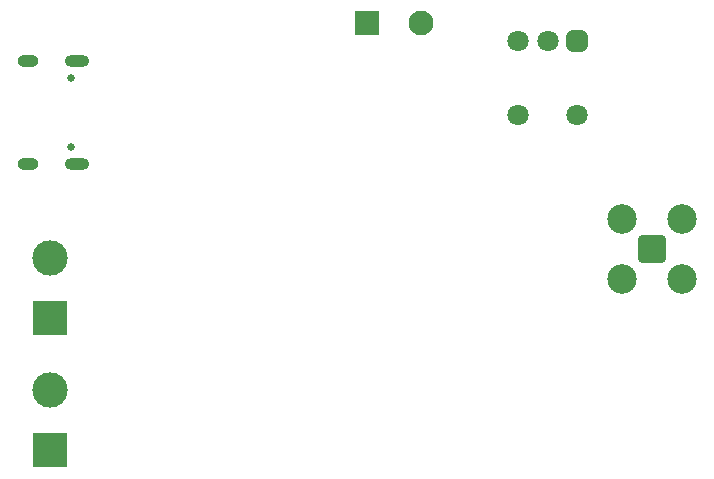
<source format=gbs>
G04 #@! TF.GenerationSoftware,KiCad,Pcbnew,7.0.8*
G04 #@! TF.CreationDate,2024-01-23T22:35:07+01:00*
G04 #@! TF.ProjectId,internet-radio-speaker,696e7465-726e-4657-942d-726164696f2d,rev?*
G04 #@! TF.SameCoordinates,Original*
G04 #@! TF.FileFunction,Soldermask,Bot*
G04 #@! TF.FilePolarity,Negative*
%FSLAX46Y46*%
G04 Gerber Fmt 4.6, Leading zero omitted, Abs format (unit mm)*
G04 Created by KiCad (PCBNEW 7.0.8) date 2024-01-23 22:35:07*
%MOMM*%
%LPD*%
G01*
G04 APERTURE LIST*
G04 Aperture macros list*
%AMRoundRect*
0 Rectangle with rounded corners*
0 $1 Rounding radius*
0 $2 $3 $4 $5 $6 $7 $8 $9 X,Y pos of 4 corners*
0 Add a 4 corners polygon primitive as box body*
4,1,4,$2,$3,$4,$5,$6,$7,$8,$9,$2,$3,0*
0 Add four circle primitives for the rounded corners*
1,1,$1+$1,$2,$3*
1,1,$1+$1,$4,$5*
1,1,$1+$1,$6,$7*
1,1,$1+$1,$8,$9*
0 Add four rect primitives between the rounded corners*
20,1,$1+$1,$2,$3,$4,$5,0*
20,1,$1+$1,$4,$5,$6,$7,0*
20,1,$1+$1,$6,$7,$8,$9,0*
20,1,$1+$1,$8,$9,$2,$3,0*%
G04 Aperture macros list end*
%ADD10R,3.000000X3.000000*%
%ADD11C,3.000000*%
%ADD12C,0.650000*%
%ADD13O,2.100000X1.000000*%
%ADD14O,1.800000X1.000000*%
%ADD15RoundRect,0.250001X-0.799999X-0.799999X0.799999X-0.799999X0.799999X0.799999X-0.799999X0.799999X0*%
%ADD16C,2.100000*%
%ADD17C,1.800000*%
%ADD18RoundRect,0.450000X0.450000X-0.450000X0.450000X0.450000X-0.450000X0.450000X-0.450000X-0.450000X0*%
%ADD19C,2.500000*%
%ADD20RoundRect,0.200100X-0.949900X0.949900X-0.949900X-0.949900X0.949900X-0.949900X0.949900X0.949900X0*%
G04 APERTURE END LIST*
D10*
X112550000Y-118485000D03*
D11*
X112550000Y-113405000D03*
D10*
X112550000Y-129610000D03*
D11*
X112550000Y-124530000D03*
D12*
X114305000Y-98155000D03*
X114305000Y-103935000D03*
D13*
X114805000Y-96725000D03*
D14*
X110625000Y-96725000D03*
D13*
X114805000Y-105365000D03*
D14*
X110625000Y-105365000D03*
D15*
X139350000Y-93500000D03*
D16*
X143950000Y-93500000D03*
D17*
X152180000Y-101274700D03*
X157180000Y-101274700D03*
X152180000Y-95024700D03*
X154680000Y-95024700D03*
D18*
X157180000Y-95024700D03*
D19*
X160960000Y-115180000D03*
X166040000Y-115180000D03*
X160960000Y-110100000D03*
X166040000Y-110100000D03*
D20*
X163500000Y-112640000D03*
M02*

</source>
